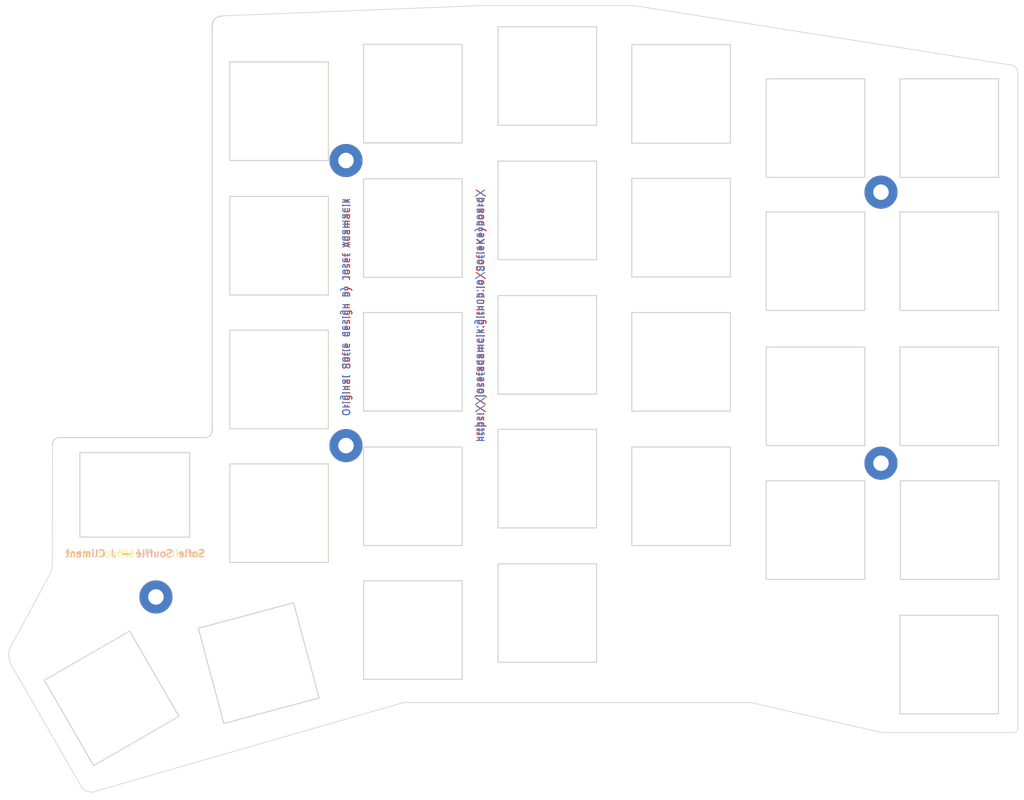
<source format=kicad_pcb>
(kicad_pcb (version 20211014) (generator pcbnew)
  (layers (0 "F.Cu" signal) (31 "B.Cu" signal) (34 "B.Paste" user) (35 "F.Paste" user) (36 "B.SilkS" user "B.Silkscreen") (37 "F.SilkS" user "F.Silkscreen") (38 "B.Mask" user) (39 "F.Mask" user) (44 "Edge.Cuts" user))
  (net 0 "")
  (footprint "dane:gecko-logo" (layer "F.Cu") (at 94.495 117.3)
    (fp_text reference "G***" hide)
    (fp_text value "LOGO" hide)
  )
  (footprint "dane:gecko-logo" (layer "F.Cu") (at 199.393 133.128)
    (fp_text reference "G***" hide)
    (fp_text value "LOGO" hide)
  )
  (footprint "SofleKeyboard-footprint:HOLE_M2_TH" (layer "F.Cu") (at 207.22 63.22)
    (fp_text reference "TH4" hide)
    (fp_text value "HOLE" hide)
    (pad "" thru_hole circle locked (at -0.225 -0.275 90) (size 4.7 4.7) (drill 2.2) (layers *.Cu *.Mask "Dwgs.User") (clearance 0.3))
  )
  (footprint "SofleKeyboard-footprint:HOLE_M2_TH" (layer "F.Cu") (at 130.97 58.52)
    (fp_text reference "TH3" hide)
    (fp_text value "HOLE" hide)
    (pad "" thru_hole circle locked (at 0.025 -0.075 90) (size 4.7 4.7) (drill 2.2) (layers *.Cu *.Mask "Dwgs.User") (clearance 0.3))
  )
  (footprint "SofleKeyboard-footprint:HOLE_M2_TH" (layer "F.Cu") (at 207.17 101.47)
    (fp_text reference "TH6" hide)
    (fp_text value "HOLE" hide)
    (pad "" thru_hole circle locked (at -0.175 -0.025 90) (size 4.7 4.7) (drill 2.2) (layers *.Cu *.Mask "Dwgs.User") (clearance 0.3))
  )
  (footprint "SofleKeyboard-footprint:HOLE_M2_TH" (layer "F.Cu") (at 131.02 99.02)
    (fp_text reference "TH5" hide)
    (fp_text value "HOLE" hide)
    (pad "" thru_hole circle locked (at -0.025 -0.075 90) (size 4.7 4.7) (drill 2.2) (layers *.Cu *.Mask "Dwgs.User") (clearance 0.3))
  )
  (footprint "SofleKeyboard-footprint:HOLE_M2_TH" (layer "F.Cu") (at 103.995 120.445 90)
    (fp_text reference "TH7" hide)
    (fp_text value "HOLE" hide)
    (pad "" thru_hole circle locked (at 0 0 180) (size 4.7 4.7) (drill 2.2) (layers *.Cu *.Mask "Dwgs.User") (clearance 0.3))
  )
  (footprint "dane:gecko-logo" (layer "B.Cu") (at 95.495 117.3 180)
    (fp_text reference "G***" hide)
    (fp_text value "LOGO" hide)
  )
  (footprint "dane:gecko-logo" (layer "B.Cu") (at 200.143 133.128 180)
    (fp_text reference "G***" hide)
    (fp_text value "LOGO" hide)
  )
  (gr_line (start 107.267178 137.407178) (end 95.142822 144.407178) (layer "Edge.Cuts") (width 0.15))
  (gr_line (start 100.267178 125.282822) (end 107.267178 137.407178) (layer "Edge.Cuts") (width 0.15))
  (gr_line (start 95.142822 144.407178) (end 88.142822 132.282822) (layer "Edge.Cuts") (width 0.15))
  (gr_line (start 88.142822 132.282822) (end 100.267178 125.282822) (layer "Edge.Cuts") (width 0.15))
  (gr_line (start 108.795 111.945) (end 108.795 105.945) (layer "Edge.Cuts") (width 0.15))
  (gr_line (start 226.278881 45.442807) (end 226.365281 45.623672) (layer "Edge.Cuts") (width 0.1))
  (gr_line (start 93.545 147.645) (end 83.295 129.845) (layer "Edge.Cuts") (width 0.1))
  (gr_line (start 171.945 36.445) (end 225.470441 44.890146) (layer "Edge.Cuts") (width 0.1))
  (gr_line (start 89.270257 115.845) (end 89.195 116.495) (layer "Edge.Cuts") (width 0.1))
  (gr_line (start 94.345 148.095) (end 94.895 148.195) (layer "Edge.Cuts") (width 0.1))
  (gr_line (start 83.145 129.345) (end 83.095 128.745) (layer "Edge.Cuts") (width 0.1))
  (gr_line (start 93.895 147.945) (end 94.345 148.095) (layer "Edge.Cuts") (width 0.1))
  (gr_line (start 225.672111 44.941776) (end 225.856871 45.026466) (layer "Edge.Cuts") (width 0.1))
  (gr_line (start 89.195 116.495) (end 88.995 117.095) (layer "Edge.Cuts") (width 0.1))
  (gr_line (start 83.095 128.745) (end 83.095 128.345) (layer "Edge.Cuts") (width 0.1))
  (gr_line (start 93.545 147.645) (end 93.895 147.945) (layer "Edge.Cuts") (width 0.1))
  (gr_line (start 225.470441 44.890146) (end 225.672111 44.941776) (layer "Edge.Cuts") (width 0.1))
  (gr_line (start 226.419381 45.819571) (end 226.438181 46.026902) (layer "Edge.Cuts") (width 0.1))
  (gr_line (start 83.195 127.845) (end 88.995 117.095) (layer "Edge.Cuts") (width 0.1))
  (gr_line (start 226.365281 45.623672) (end 226.419381 45.819571) (layer "Edge.Cuts") (width 0.1))
  (gr_line (start 149.995 36.445) (end 113.395 37.9) (layer "Edge.Cuts") (width 0.1))
  (gr_line (start 139.149128 135.445) (end 188.495 135.445) (layer "Edge.Cuts") (width 0.1))
  (gr_line (start 83.295 129.845) (end 83.145 129.345) (layer "Edge.Cuts") (width 0.1))
  (gr_line (start 83.095 128.345) (end 83.195 127.845) (layer "Edge.Cuts") (width 0.1))
  (gr_line (start 139.149128 135.445) (end 94.895 148.195) (layer "Edge.Cuts") (width 0.1))
  (gr_line (start 226.021621 45.1406) (end 226.163321 45.280582) (layer "Edge.Cuts") (width 0.1))
  (gr_line (start 149.995 36.445) (end 171.945 36.445) (layer "Edge.Cuts") (width 0.1))
  (gr_line (start 226.163321 45.280582) (end 226.278881 45.442807) (layer "Edge.Cuts") (width 0.1))
  (gr_line (start 89.270257 115.845) (end 89.3 98.8) (layer "Edge.Cuts") (width 0.1))
  (gr_line (start 225.856871 45.026466) (end 226.021621 45.1406) (layer "Edge.Cuts") (width 0.1))
  (gr_line (start 225.865741 139.704819) (end 207.1053 139.70482) (layer "Edge.Cuts") (width 0.1))
  (gr_arc (start 226.439802 139.135974) (mid 226.271311 139.540023) (end 225.865741 139.704819) (layer "Edge.Cuts") (width 0.1))
  (gr_line (start 226.438181 46.026902) (end 226.439802 139.135974) (layer "Edge.Cuts") (width 0.1))
  (gr_line (start 209.686 137.049) (end 209.686 123.049) (layer "Edge.Cuts") (width 0.15))
  (gr_line (start 209.686 123.049) (end 223.686 123.049) (layer "Edge.Cuts") (width 0.15))
  (gr_line (start 223.686 137.049) (end 209.686 137.049) (layer "Edge.Cuts") (width 0.15))
  (gr_line (start 207.1053 139.70482) (end 188.495 135.445) (layer "Edge.Cuts") (width 0.1))
  (gr_line (start 223.686 123.049) (end 223.686 137.049) (layer "Edge.Cuts") (width 0.15))
  (gr_line (start 209.745 103.945) (end 223.745 103.945) (layer "Edge.Cuts") (width 0.15))
  (gr_line (start 190.695 84.945) (end 204.695 84.945) (layer "Edge.Cuts") (width 0.15))
  (gr_line (start 110.021786 124.895253) (end 123.544747 121.271786) (layer "Edge.Cuts") (width 0.15))
  (gr_line (start 147.495 80.045) (end 147.495 94.045) (layer "Edge.Cuts") (width 0.15))
  (gr_line (start 133.495 118.145) (end 147.495 118.145) (layer "Edge.Cuts") (width 0.15))
  (gr_line (start 185.595 60.985) (end 185.595 74.985) (layer "Edge.Cuts") (width 0.15))
  (gr_line (start 128.495 101.545) (end 128.495 115.545) (layer "Edge.Cuts") (width 0.15))
  (gr_line (start 166.595 72.535) (end 152.595 72.535) (layer "Edge.Cuts") (width 0.15))
  (gr_line (start 209.695 84.945) (end 223.695 84.945) (layer "Edge.Cuts") (width 0.15))
  (gr_line (start 127.168214 134.794747) (end 113.645253 138.418214) (layer "Edge.Cuts") (width 0.15))
  (gr_line (start 166.595 129.735) (end 152.595 129.735) (layer "Edge.Cuts") (width 0.15))
  (gr_line (start 209.695 79.745) (end 209.695 65.745) (layer "Edge.Cuts") (width 0.15))
  (gr_line (start 171.595 74.985) (end 171.595 60.985) (layer "Edge.Cuts") (width 0.15))
  (gr_line (start 171.595 41.985) (end 185.595 41.985) (layer "Edge.Cuts") (width 0.15))
  (gr_line (start 223.745 117.945) (end 209.745 117.945) (layer "Edge.Cuts") (width 0.15))
  (gr_line (start 128.495 63.545) (end 128.495 77.545) (layer "Edge.Cuts") (width 0.15))
  (gr_line (start 133.495 99.145) (end 147.495 99.145) (layer "Edge.Cuts") (width 0.15))
  (gr_line (start 204.695 103.945) (end 204.695 117.945) (layer "Edge.Cuts") (width 0.15))
  (gr_line (start 112.695 38.1) (end 112.995 38) (layer "Edge.Cuts") (width 0.15))
  (gr_line (start 152.595 110.635) (end 152.595 96.635) (layer "Edge.Cuts") (width 0.15))
  (gr_line (start 128.495 96.545) (end 114.495 96.545) (layer "Edge.Cuts") (width 0.15))
  (gr_line (start 204.695 98.945) (end 190.695 98.945) (layer "Edge.Cuts") (width 0.15))
  (gr_line (start 114.495 96.545) (end 114.495 82.545) (layer "Edge.Cuts") (width 0.15))
  (gr_line (start 90.3 97.8) (end 110.995 97.8) (layer "Edge.Cuts") (width 0.15))
  (gr_line (start 112.095 38.7) (end 112.295 38.4) (layer "Edge.Cuts") (width 0.15))
  (gr_line (start 152.595 96.635) (end 166.595 96.635) (layer "Edge.Cuts") (width 0.15))
  (gr_line (start 204.695 117.945) (end 190.695 117.945) (layer "Edge.Cuts") (width 0.15))
  (gr_line (start 223.695 46.845) (end 223.695 60.845) (layer "Edge.Cuts") (width 0.15))
  (gr_line (start 128.495 44.445) (end 128.495 58.445) (layer "Edge.Cuts") (width 0.15))
  (gr_line (start 133.495 61.045) (end 147.495 61.045) (layer "Edge.Cuts") (width 0.15))
  (gr_line (start 111.995 39.045) (end 112.095 38.7) (layer "Edge.Cuts") (width 0.15))
  (gr_line (start 133.495 80.045) (end 147.495 80.045) (layer "Edge.Cuts") (width 0.15))
  (gr_line (start 114.495 101.545) (end 128.495 101.545) (layer "Edge.Cuts") (width 0.15))
  (gr_line (start 128.495 115.545) (end 114.495 115.545) (layer "Edge.Cuts") (width 0.15))
  (gr_line (start 185.595 74.985) (end 171.595 74.985) (layer "Edge.Cuts") (width 0.15))
  (gr_line (start 114.495 82.545) (end 128.495 82.545) (layer "Edge.Cuts") (width 0.15))
  (gr_line (start 190.695 65.745) (end 204.695 65.745) (layer "Edge.Cuts") (width 0.15))
  (gr_line (start 166.595 91.635) (end 152.595 91.635) (layer "Edge.Cuts") (width 0.15))
  (gr_line (start 223.695 60.845) (end 209.695 60.845) (layer "Edge.Cuts") (width 0.15))
  (gr_line (start 223.695 84.945) (end 223.695 98.945) (layer "Edge.Cuts") (width 0.15))
  (gr_line (start 108.795 105.945) (end 108.795 99.945) (layer "Edge.Cuts") (width 0.15))
  (gr_line (start 171.595 55.985) (end 171.595 41.985) (layer "Edge.Cuts") (width 0.15))
  (gr_line (start 93.195 111.945) (end 108.795 111.945) (layer "Edge.Cuts") (width 0.15))
  (gr_line (start 112.995 38) (end 113.395 37.9) (layer "Edge.Cuts") (width 0.15))
  (gr_arc (start 89.3 98.8) (mid 89.592893 98.092893) (end 90.3 97.8) (layer "Edge.Cuts") (width 0.15))
  (gr_line (start 185.595 113.145) (end 171.595 113.145) (layer "Edge.Cuts") (width 0.15))
  (gr_arc (start 111.995 96.8) (mid 111.702107 97.507107) (end 110.995 97.8) (layer "Edge.Cuts") (width 0.15))
  (gr_line (start 114.495 58.445) (end 114.495 44.445) (layer "Edge.Cuts") (width 0.15))
  (gr_line (start 171.595 60.985) (end 185.595 60.985) (layer "Edge.Cuts") (width 0.15))
  (gr_line (start 185.595 80.045) (end 185.595 94.045) (layer "Edge.Cuts") (width 0.15))
  (gr_line (start 152.595 91.635) (end 152.595 77.635) (layer "Edge.Cuts") (width 0.15))
  (gr_line (start 93.195 99.945) (end 93.195 111.945) (layer "Edge.Cuts") (width 0.15))
  (gr_line (start 209.695 65.745) (end 223.695 65.745) (layer "Edge.Cuts") (width 0.15))
  (gr_line (start 190.695 60.845) (end 190.695 46.845) (layer "Edge.Cuts") (width 0.15))
  (gr_line (start 152.595 77.635) (end 166.595 77.635) (layer "Edge.Cuts") (width 0.15))
  (gr_line (start 152.595 72.535) (end 152.595 58.535) (layer "Edge.Cuts") (width 0.15))
  (gr_line (start 204.695 46.845) (end 204.695 60.845) (layer "Edge.Cuts") (width 0.15))
  (gr_line (start 152.595 129.735) (end 152.595 115.735) (layer "Edge.Cuts") (width 0.15))
  (gr_line (start 190.695 117.945) (end 190.695 103.945) (layer "Edge.Cuts") (width 0.15))
  (gr_line (start 204.695 60.845) (end 190.695 60.845) (layer "Edge.Cuts") (width 0.15))
  (gr_line (start 204.695 84.945) (end 204.695 98.945) (layer "Edge.Cuts") (width 0.15))
  (gr_line (start 147.495 61.045) (end 147.495 75.045) (layer "Edge.Cuts") (width 0.15))
  (gr_line (start 114.495 44.445) (end 128.495 44.445) (layer "Edge.Cuts") (width 0.15))
  (gr_line (start 185.595 94.045) (end 171.595 94.045) (layer "Edge.Cuts") (width 0.15))
  (gr_line (start 190.695 79.745) (end 190.695 65.745) (layer "Edge.Cuts") (width 0.15))
  (gr_line (start 223.695 79.745) (end 209.695 79.745) (layer "Edge.Cuts") (width 0.15))
  (gr_line (start 185.595 99.145) (end 185.595 113.145) (layer "Edge.Cuts") (width 0.15))
  (gr_line (start 223.695 98.945) (end 209.695 98.945) (layer "Edge.Cuts") (width 0.15))
  (gr_line (start 190.695 46.845) (end 204.695 46.845) (layer "Edge.Cuts") (width 0.15))
  (gr_line (start 166.595 110.635) (end 152.595 110.635) (layer "Edge.Cuts") (width 0.15))
  (gr_line (start 133.495 132.145) (end 133.495 118.145) (layer "Edge.Cuts") (width 0.15))
  (gr_line (start 147.495 132.145) (end 133.495 132.145) (layer "Edge.Cuts") (width 0.15))
  (gr_line (start 166.595 115.735) (end 166.595 129.735) (layer "Edge.Cuts") (width 0.15))
  (gr_line (start 152.595 39.445) (end 166.595 39.445) (layer "Edge.Cuts") (width 0.15))
  (gr_line (start 190.695 103.945) (end 204.695 103.945) (layer "Edge.Cuts") (width 0.15))
  (gr_line (start 166.595 39.445) (end 166.595 53.445) (layer "Edge.Cuts") (width 0.15))
  (gr_line (start 223.745 103.945) (end 223.745 117.945) (layer "Edge.Cuts") (width 0.15))
  (gr_line (start 133.495 41.945) (end 147.495 41.945) (layer "Edge.Cuts") (width 0.15))
  (gr_line (start 133.495 94.045) (end 133.495 80.045) (layer "Edge.Cuts") (width 0.15))
  (gr_line (start 166.595 53.445) (end 152.595 53.445) (layer "Edge.Cuts") (width 0.15))
  (gr_line (start 204.695 65.745) (end 204.695 79.745) (layer "Edge.Cuts") (width 0.15))
  (gr_line (start 171.595 99.145) (end 185.595 99.145) (layer "Edge.Cuts") (width 0.15))
  (gr_line (start 185.595 41.985) (end 185.595 55.985) (layer "Edge.Cuts") (width 0.15))
  (gr_line (start 147.495 113.145) (end 133.495 113.145) (layer "Edge.Cuts") (width 0.15))
  (gr_line (start 147.495 75.045) (end 133.495 75.045) (layer "Edge.Cuts") (width 0.15))
  (gr_line (start 209.745 117.945) (end 209.745 103.945) (layer "Edge.Cuts") (width 0.15))
  (gr_line (start 113.645253 138.418214) (end 110.021786 124.895253) (layer "Edge.Cuts") (width 0.15))
  (gr_line (start 171.595 94.045) (end 171.595 80.045) (layer "Edge.Cuts") (width 0.15))
  (gr_line (start 152.595 115.735) (end 166.595 115.735) (layer "Edge.Cuts") (width 0.15))
  (gr_line (start 209.695 46.845) (end 223.695 46.845) (layer "Edge.Cuts") (width 0.15))
  (gr_line (start 114.495 115.545) (end 114.495 101.545) (layer "Edge.Cuts") (width 0.15))
  (gr_line (start 152.595 58.535) (end 166.595 58.535) (layer "Edge.Cuts") (width 0.15))
  (gr_line (start 147.495 118.145) (end 147.495 132.145) (layer "Edge.Cuts") (width 0.15))
  (gr_line (start 133.495 75.045) (end 133.495 61.045) (layer "Edge.Cuts") (width 0.15))
  (gr_line (start 128.495 77.545) (end 114.495 77.545) (layer "Edge.Cuts") (width 0.15))
  (gr_line (start 209.695 98.945) (end 209.695 84.945) (layer "Edge.Cuts") (width 0.15))
  (gr_line (start 128.495 58.445) (end 114.495 58.445) (layer "Edge.Cuts") (width 0.15))
  (gr_line (start 112.295 38.4) (end 112.495 38.2) (layer "Edge.Cuts") (width 0.15))
  (gr_line (start 133.495 113.145) (end 133.495 99.145) (layer "Edge.Cuts") (width 0.15))
  (gr_line (start 147.495 55.945) (end 133.495 55.945) (layer "Edge.Cuts") (width 0.15))
  (gr_line (start 147.495 99.145) (end 147.495 113.145) (layer "Edge.Cuts") (width 0.15))
  (gr_line (start 108.795 99.945) (end 93.195 99.945) (layer "Edge.Cuts") (width 0.15))
  (gr_line (start 114.495 63.545) (end 128.495 63.545) (layer "Edge.Cuts") (width 0.15))
  (gr_line (start 204.695 79.745) (end 190.695 79.745) (layer "Edge.Cuts") (width 0.15))
  (gr_line (start 128.495 82.545) (end 128.495 96.545) (layer "Edge.Cuts") (width 0.15))
  (gr_line (start 185.595 55.985) (end 171.595 55.985) (layer "Edge.Cuts") (width 0.15))
  (gr_line (start 190.695 98.945) (end 190.695 84.945) (layer "Edge.Cuts") (width 0.15))
  (gr_line (start 111.995 96.8) (end 111.995 39.045) (layer "Edge.Cuts") (width 0.15))
  (gr_line (start 123.544747 121.271786) (end 127.168214 134.794747) (layer "Edge.Cuts") (width 0.15))
  (gr_line (start 114.495 77.545) (end 114.495 63.545) (layer "Edge.Cuts") (width 0.15))
  (gr_line (start 133.495 55.945) (end 133.495 41.945) (layer "Edge.Cuts") (width 0.15))
  (gr_line (start 166.595 77.635) (end 166.595 91.635) (layer "Edge.Cuts") (width 0.15))
  (gr_line (start 166.595 58.535) (end 166.595 72.535) (layer "Edge.Cuts") (width 0.15))
  (gr_line (start 223.695 65.745) (end 223.695 79.745) (layer "Edge.Cuts") (width 0.15))
  (gr_line (start 166.595 96.635) (end 166.595 110.635) (layer "Edge.Cuts") (width 0.15))
  (gr_line (start 147.495 41.945) (end 147.495 55.945) (layer "Edge.Cuts") (width 0.15))
  (gr_line (start 209.695 60.845) (end 209.695 46.845) (layer "Edge.Cuts") (width 0.15))
  (gr_line (start 152.595 53.445) (end 152.595 39.445) (layer "Edge.Cuts") (width 0.15))
  (gr_line (start 112.495 38.2) (end 112.695 38.1) (layer "Edge.Cuts") (width 0.15))
  (gr_line (start 171.595 80.045) (end 185.595 80.045) (layer "Edge.Cuts") (width 0.15))
  (gr_line (start 147.495 94.045) (end 133.495 94.045) (layer "Edge.Cuts") (width 0.15))
  (gr_line (start 171.595 113.145) (end 171.595 99.145) (layer "Edge.Cuts") (width 0.15))
  (gr_text "https://josefadamcik.github.io/SofleKeyboard/" (at 150.095 80.5 90) (layer "F.Cu") (effects (font (size 1 1))))
  (gr_text "Original Sofle design by Josef Adamacik" (at 131.045 79.258 90) (layer "F.Cu") (effects (font (size 1 1))))
  (gr_text "https://josefadamcik.github.io/SofleKeyboard/" (at 150.095 80.5 270) (layer "B.Cu") (effects (font (size 1 1)) (justify mirror)))
  (gr_text "Original Sofle design by Josef Adamacik" (at 130.995 79.258 270) (layer "B.Cu") (effects (font (size 1 1)) (justify mirror)))
  (gr_text "Sofle Soufflé - J Climent" (at 101.054 114.281) (layer "B.SilkS") (effects (font (size 1 1) (thickness 0.2)) (justify mirror)))
  (gr_text "Sofle Soufflé - J Climent" (at 100.995 114.3) (layer "F.SilkS") (effects (font (size 1 1) (thickness 0.2))))
)
</source>
